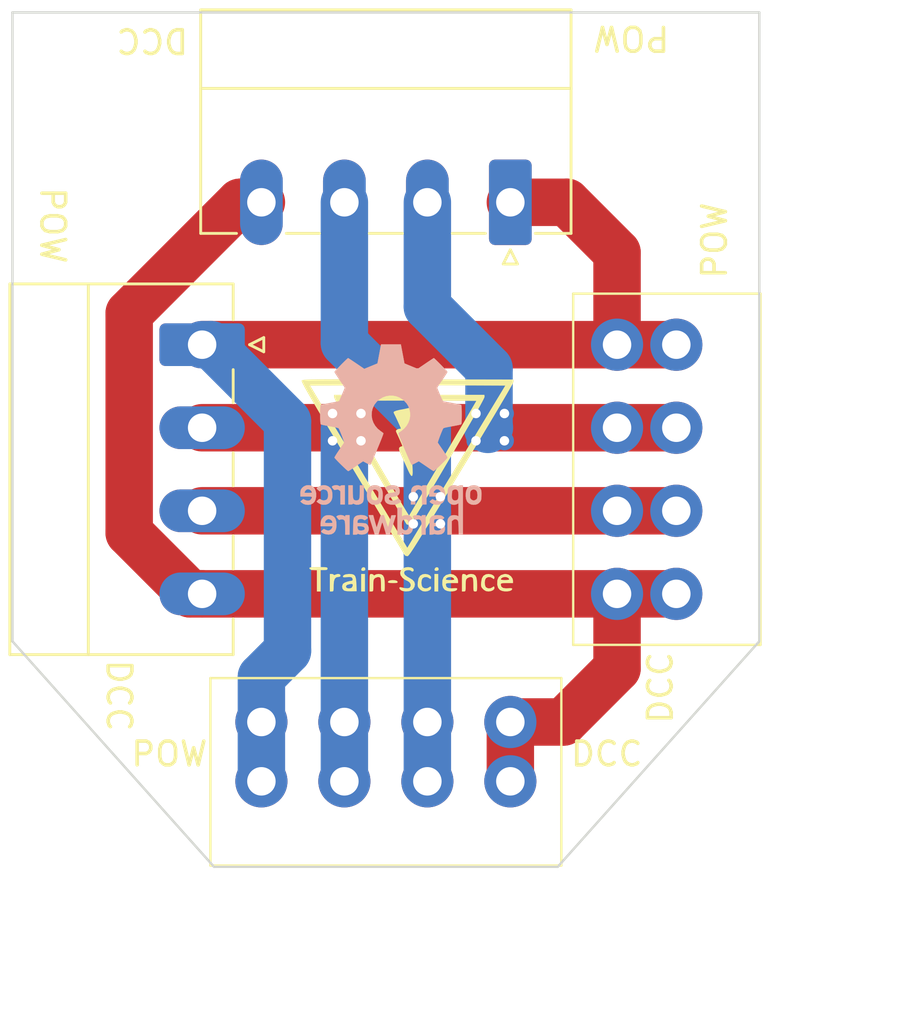
<source format=kicad_pcb>
(kicad_pcb (version 20240108) (generator "pcbnew") (generator_version "8.0")
  (layers (0 "F.Cu" signal) (31 "B.Cu" signal) (34 "B.Paste" user) (35 "F.Paste" user) (36 "B.SilkS" user "B.Silkscreen") (37 "F.SilkS" user "F.Silkscreen") (38 "B.Mask" user) (39 "F.Mask" user) (44 "Edge.Cuts" user))
  (net 0 "")
  (net 1 "Net-(J101-Pin_4)")
  (net 2 "Net-(J101-Pin_1)")
  (net 3 "Net-(J101-Pin_3)")
  (net 4 "Net-(J101-Pin_2)")
  (footprint "Connector_Phoenix_MC:PhoenixContact_MC_1,5_4-G-3.5_1x04_P3.50mm_Horizontal" (layer "F.Cu") (at 157 114.5 -90)
    (property "Reference" "J101" (hide yes))
    (property "Value" "FEMALE")
    (pad "1" thru_hole roundrect (at 0 0 270) (size 1.8 3.6) (drill 1.2) (layers "*.Cu" "*.Mask") (roundrect_rratio 0.138889) (net 2 "Net-(J101-Pin_1)"))
    (pad "2" thru_hole oval (at 3.5 0 270) (size 1.8 3.6) (drill 1.2) (layers "*.Cu" "*.Mask") (net 4 "Net-(J101-Pin_2)"))
    (pad "3" thru_hole oval (at 7 0 270) (size 1.8 3.6) (drill 1.2) (layers "*.Cu" "*.Mask") (net 3 "Net-(J101-Pin_3)"))
    (pad "4" thru_hole oval (at 10.5 0 270) (size 1.8 3.6) (drill 1.2) (layers "*.Cu" "*.Mask") (net 1 "Net-(J101-Pin_4)"))
  )
  (footprint "custom_kicad_lib_sk:connector_3.50mm_4P horizontal_MALE" (layer "F.Cu") (at 164.75 130.4)
    (property "Reference" "J103" (hide yes))
    (property "Value" "MALE" (hide yes))
    (pad "1" thru_hole circle (at -5.25 0) (size 2.2 2.2) (drill 1.2) (layers "*.Cu" "*.Mask") (net 2 "Net-(J101-Pin_1)"))
    (pad "1" thru_hole circle (at -5.25 2.5) (size 2.2 2.2) (drill 1.2) (layers "*.Cu" "*.Mask") (net 2 "Net-(J101-Pin_1)"))
    (pad "2" thru_hole circle (at -1.75 0) (size 2.2 2.2) (drill 1.2) (layers "*.Cu" "*.Mask") (net 4 "Net-(J101-Pin_2)"))
    (pad "2" thru_hole circle (at -1.75 2.5) (size 2.2 2.2) (drill 1.2) (layers "*.Cu" "*.Mask") (net 4 "Net-(J101-Pin_2)"))
    (pad "3" thru_hole circle (at 1.75 0) (size 2.2 2.2) (drill 1.2) (layers "*.Cu" "*.Mask") (net 3 "Net-(J101-Pin_3)"))
    (pad "3" thru_hole circle (at 1.75 2.5) (size 2.2 2.2) (drill 1.2) (layers "*.Cu" "*.Mask") (net 3 "Net-(J101-Pin_3)"))
    (pad "4" thru_hole circle (at 5.25 0) (size 2.2 2.2) (drill 1.2) (layers "*.Cu" "*.Mask") (net 1 "Net-(J101-Pin_4)"))
    (pad "4" thru_hole circle (at 5.25 2.5) (size 2.2 2.2) (drill 1.2) (layers "*.Cu" "*.Mask") (net 1 "Net-(J101-Pin_4)"))
  )
  (footprint "custom_kicad_lib_sk:connector_3.50mm_4P horizontal_MALE" (layer "F.Cu") (at 174.5 119.75 90)
    (property "Reference" "J104" (hide yes))
    (property "Value" "MALE" (hide yes))
    (pad "1" thru_hole circle (at -5.25 0 90) (size 2.2 2.2) (drill 1.2) (layers "*.Cu" "*.Mask") (net 1 "Net-(J101-Pin_4)"))
    (pad "1" thru_hole circle (at -5.25 2.5 90) (size 2.2 2.2) (drill 1.2) (layers "*.Cu" "*.Mask") (net 1 "Net-(J101-Pin_4)"))
    (pad "2" thru_hole circle (at -1.75 0 90) (size 2.2 2.2) (drill 1.2) (layers "*.Cu" "*.Mask") (net 3 "Net-(J101-Pin_3)"))
    (pad "2" thru_hole circle (at -1.75 2.5 90) (size 2.2 2.2) (drill 1.2) (layers "*.Cu" "*.Mask") (net 3 "Net-(J101-Pin_3)"))
    (pad "3" thru_hole circle (at 1.75 0 90) (size 2.2 2.2) (drill 1.2) (layers "*.Cu" "*.Mask") (net 4 "Net-(J101-Pin_2)"))
    (pad "3" thru_hole circle (at 1.75 2.5 90) (size 2.2 2.2) (drill 1.2) (layers "*.Cu" "*.Mask") (net 4 "Net-(J101-Pin_2)"))
    (pad "4" thru_hole circle (at 5.25 0 90) (size 2.2 2.2) (drill 1.2) (layers "*.Cu" "*.Mask") (net 2 "Net-(J101-Pin_1)"))
    (pad "4" thru_hole circle (at 5.25 2.5 90) (size 2.2 2.2) (drill 1.2) (layers "*.Cu" "*.Mask") (net 2 "Net-(J101-Pin_1)"))
  )
  (footprint "custom_kicad_lib_sk:Train-Science logo small" (layer "F.Cu") (at 165.735 120.523)
    (property "Reference" "G***" (hide yes))
    (property "Value" "LOGO" (hide yes))
  )
  (footprint "MountingHole:MountingHole_3.2mm_M3" (layer "F.Cu") (at 152.5 104)
    (property "Reference" "REF**" (hide yes))
    (property "Value" "MountingHole_3.2mm_M3")
    (pad "" np_thru_hole circle (at 0 0) (size 3.2 3.2) (drill 3.2) (layers "*.Cu" "*.Mask"))
  )
  (footprint "MountingHole:MountingHole_3.2mm_M3" (layer "F.Cu") (at 177 104)
    (property "Reference" "REF**" (hide yes))
    (property "Value" "MountingHole_3.2mm_M3")
    (pad "" np_thru_hole circle (at 0 0) (size 3.2 3.2) (drill 3.2) (layers "F&B.Cu" "*.Mask"))
  )
  (footprint "Connector_Phoenix_MC:PhoenixContact_MC_1,5_4-G-3.5_1x04_P3.50mm_Horizontal" (layer "F.Cu") (at 170 108.5 180)
    (property "Reference" "J102" (hide yes))
    (property "Value" "FEMALE")
    (pad "1" thru_hole roundrect (at 0 0 180) (size 1.8 3.6) (drill 1.2) (layers "*.Cu" "*.Mask") (roundrect_rratio 0.138889) (net 2 "Net-(J101-Pin_1)"))
    (pad "2" thru_hole oval (at 3.5 0 180) (size 1.8 3.6) (drill 1.2) (layers "*.Cu" "*.Mask") (net 4 "Net-(J101-Pin_2)"))
    (pad "3" thru_hole oval (at 7 0 180) (size 1.8 3.6) (drill 1.2) (layers "*.Cu" "*.Mask") (net 3 "Net-(J101-Pin_3)"))
    (pad "4" thru_hole oval (at 10.5 0 180) (size 1.8 3.6) (drill 1.2) (layers "*.Cu" "*.Mask") (net 1 "Net-(J101-Pin_4)"))
  )
  (footprint "Symbol:OSHW-Logo_7.5x8mm_SilkScreen" (layer "B.Cu") (at 164.973 118.491 180)
    (property "Reference" "REF**" (hide yes))
    (property "Value" "OSHW-Logo_7.5x8mm_SilkScreen" (hide yes))
  )
  (gr_line (start 180.5 127) (end 172 136.5) (stroke (width 0.1)) (layer "Edge.Cuts"))
  (gr_line (start 149 127) (end 149 100.5) (stroke (width 0.1)) (layer "Edge.Cuts"))
  (gr_line (start 157.5 136.5) (end 149 127) (stroke (width 0.1)) (layer "Edge.Cuts"))
  (gr_line (start 172 136.5) (end 157.5 136.5) (stroke (width 0.1)) (layer "Edge.Cuts"))
  (gr_line (start 180.5 127) (end 180.5 100.5) (stroke (width 0.1)) (layer "Edge.Cuts"))
  (gr_line (start 149 100.5) (end 180.5 100.5) (stroke (width 0.1)) (layer "Edge.Cuts"))
  (gr_text "POW" (at 175.1 101 180) (layer "F.SilkS") (effects (font (size 1 1)) (justify bottom)))
  (gr_text "DCC" (at 152.908 129.286 270) (layer "F.SilkS") (effects (font (size 1 1)) (justify bottom)))
  (gr_text "POW" (at 153.924 132.334 0) (layer "F.SilkS") (effects (font (size 1 1)) (justify left bottom)))
  (gr_text "DCC" (at 172.466 132.334 0) (layer "F.SilkS") (effects (font (size 1 1)) (justify left bottom)))
  (gr_text "DCC" (at 154.9 101.1 180) (layer "F.SilkS") (effects (font (size 1 1)) (justify bottom)))
  (gr_text "POW" (at 179.197 110.109 90) (layer "F.SilkS") (effects (font (size 1 1)) (justify bottom)))
  (gr_text "DCC" (at 176.911 130.556 90) (layer "F.SilkS") (effects (font (size 1 1)) (justify left bottom)))
  (gr_text "POW" (at 150.114 109.474 -90) (layer "F.SilkS") (effects (font (size 1 1)) (justify bottom)))
  (segment (start 153.924 113.176) (end 153.924 122.428) (width 2) (layer "F.Cu") (net 1))
  (segment (start 153.924 122.428) (end 156.496 125) (width 2) (layer "F.Cu") (net 1))
  (segment (start 170 132.9) (end 170 130.4) (width 2) (layer "F.Cu") (net 1))
  (segment (start 172.241 130.4) (end 174.5 128.141) (width 2) (layer "F.Cu") (net 1))
  (segment (start 170 130.4) (end 172.241 130.4) (width 2) (layer "F.Cu") (net 1))
  (segment (start 177 125) (end 157 125) (width 2) (layer "F.Cu") (net 1))
  (segment (start 159.5 108.5) (end 158.6 108.5) (width 2) (layer "F.Cu") (net 1))
  (segment (start 174.5 128.141) (end 174.5 125) (width 2) (layer "F.Cu") (net 1))
  (segment (start 156.496 125) (end 157 125) (width 2) (layer "F.Cu") (net 1))
  (segment (start 158.6 108.5) (end 153.924 113.176) (width 2) (layer "F.Cu") (net 1))
  (segment (start 174.5 110.619) (end 172.381 108.5) (width 2) (layer "F.Cu") (net 2))
  (segment (start 174.5 114.5) (end 174.5 110.619) (width 2) (layer "F.Cu") (net 2))
  (segment (start 157 114.5) (end 177 114.5) (width 2) (layer "F.Cu") (net 2))
  (segment (start 172.381 108.5) (end 170 108.5) (width 2) (layer "F.Cu") (net 2))
  (segment (start 160.599999 117.730151) (end 157.369848 114.5) (width 2) (layer "B.Cu") (net 2))
  (segment (start 159.5 132.9) (end 159.5 130.4) (width 2) (layer "B.Cu") (net 2))
  (segment (start 160.599999 127.4) (end 160.599999 117.730151) (width 2) (layer "B.Cu") (net 2))
  (segment (start 159.5 130.4) (end 159.5 128.499999) (width 2) (layer "B.Cu") (net 2))
  (segment (start 157.369848 114.5) (end 157 114.5) (width 2) (layer "B.Cu") (net 2))
  (segment (start 159.5 128.499999) (end 160.599999 127.4) (width 2) (layer "B.Cu") (net 2))
  (segment (start 157 121.5) (end 177 121.5) (width 2) (layer "F.Cu") (net 3))
  (via (at 165.907 122.05) (size 0.8) (drill 0.4) (layers "F.Cu" "B.Cu") (net 3))
  (via (at 167.05 120.907) (size 0.8) (drill 0.4) (layers "F.Cu" "B.Cu") (net 3))
  (via (at 165.907 120.907) (size 0.8) (drill 0.4) (layers "F.Cu" "B.Cu") (net 3))
  (via (at 167.05 122.05) (size 0.8) (drill 0.4) (layers "F.Cu" "B.Cu") (net 3))
  (segment (start 166.5 132.9) (end 166.5 121.542) (width 2) (layer "B.Cu") (net 3))
  (segment (start 163 114.437258) (end 163 108.5) (width 2) (layer "B.Cu") (net 3))
  (segment (start 166.5 121.542) (end 166.497 121.539) (width 2) (layer "B.Cu") (net 3))
  (segment (start 166.497 117.934258) (end 163 114.437258) (width 2) (layer "B.Cu") (net 3))
  (segment (start 166.497 121.539) (end 166.497 117.934258) (width 2) (layer "B.Cu") (net 3))
  (segment (start 163.068 118) (end 157 118) (width 2) (layer "F.Cu") (net 4))
  (segment (start 177 118) (end 163.068 118) (width 2) (layer "F.Cu") (net 4))
  (via (at 163.7 118.55) (size 0.8) (drill 0.4) (layers "F.Cu" "B.Cu") (net 4))
  (via (at 163.7 117.4) (size 0.8) (drill 0.4) (layers "F.Cu" "B.Cu") (net 4))
  (via (at 162.5 117.4) (size 0.8) (drill 0.4) (layers "F.Cu" "B.Cu") (net 4))
  (via (at 162.5 118.55) (size 0.8) (drill 0.4) (layers "F.Cu" "B.Cu") (net 4))
  (via (at 169.75 117.4) (size 0.8) (drill 0.4) (layers "F.Cu" "B.Cu") (net 4))
  (via (at 168.55 117.4) (size 0.8) (drill 0.4) (layers "F.Cu" "B.Cu") (net 4))
  (via (at 168.55 118.55) (size 0.8) (drill 0.4) (layers "F.Cu" "B.Cu") (net 4))
  (via (at 169.75 118.55) (size 0.8) (drill 0.4) (layers "F.Cu" "B.Cu") (net 4))
  (segment (start 163 118.068) (end 163 132.9) (width 2) (layer "B.Cu") (net 4))
  (segment (start 166.5 108.5) (end 166.5 112.9) (width 2) (layer "B.Cu") (net 4))
  (segment (start 169.1 115.5) (end 169.1 118) (width 2) (layer "B.Cu") (net 4))
  (segment (start 163.068 118) (end 163 118.068) (width 2) (layer "B.Cu") (net 4))
  (segment (start 169.118 118) (end 169.05 118.068) (width 2) (layer "B.Cu") (net 4))
  (segment (start 166.5 112.9) (end 169.1 115.5) (width 2) (layer "B.Cu") (net 4))
)
</source>
